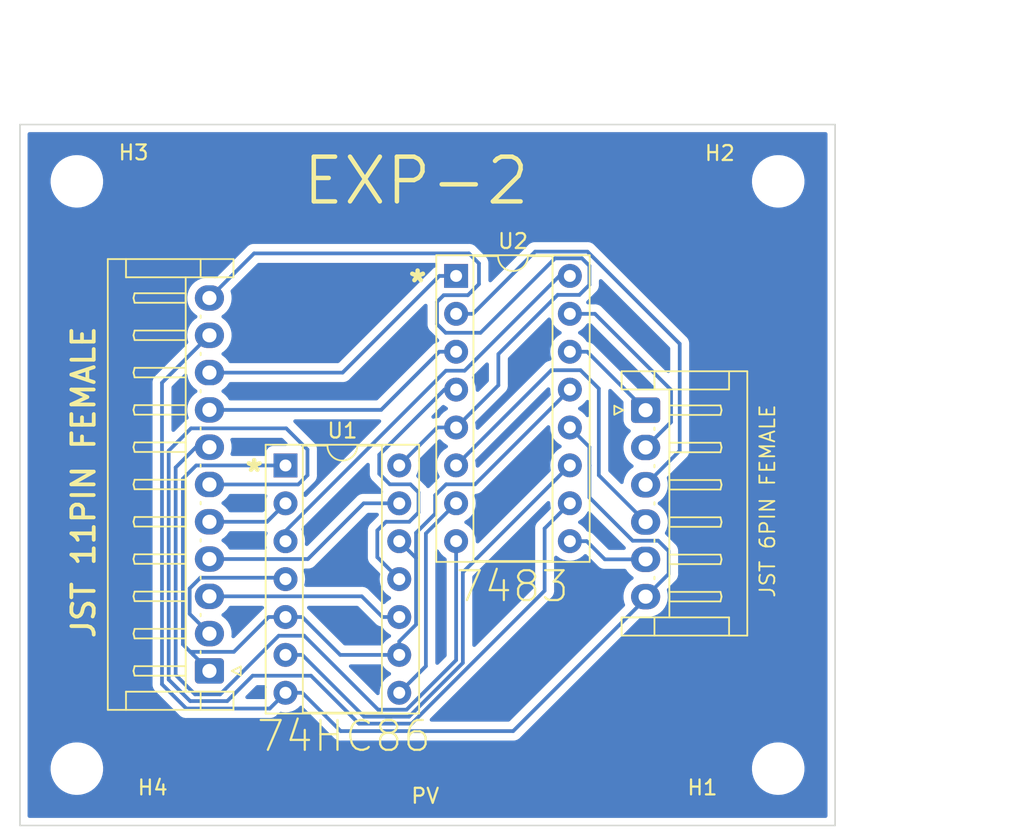
<source format=kicad_pcb>
(kicad_pcb (version 20211014) (generator pcbnew)
  (layers (0 "F.Cu" signal) (31 "B.Cu" signal) (34 "B.Paste" user) (35 "F.Paste" user) (36 "B.SilkS" user "B.Silkscreen") (37 "F.SilkS" user "F.Silkscreen") (38 "B.Mask" user) (39 "F.Mask" user) (44 "Edge.Cuts" user))
  (net 0 "")
  (net 1 "Cin")
  (net 2 "B0")
  (net 3 "B1")
  (net 4 "B2")
  (net 5 "B3")
  (net 6 "A0")
  (net 7 "A1")
  (net 8 "A2")
  (net 9 "A3")
  (net 10 "GND")
  (net 11 "VCC")
  (net 12 "CO")
  (net 13 "S3")
  (net 14 "S2")
  (net 15 "S1")
  (net 16 "S0")
  (net 17 "Net-(U1-Pad3)")
  (net 18 "Net-(U1-Pad11)")
  (net 19 "Net-(U1-Pad8)")
  (net 20 "Net-(U1-Pad6)")
  (footprint "Connector_JST:JST_EH_S11B-EH_1x11_P2.50mm_Horizontal" (layer "F.Cu") (at 110.4825 112.83 90)
    (fp_text reference "J1" hide)
    (fp_text value "Conn_01x11_Female")
    (fp_line (start 12.18 -1.59) (end 12.18 -5.01) (layer "F.SilkS") (width 0.12))
    (fp_line (start 17.18 -5.01) (end 17.5 -5.09) (layer "F.SilkS") (width 0.12))
    (fp_line (start -2.61 -5.59) (end -1.39 -5.59) (layer "F.SilkS") (width 0.12))
    (fp_line (start 17.82 -5.01) (end 17.82 -1.59) (layer "F.SilkS") (width 0.12))
    (fp_line (start 22.82 -1.59) (end 22.5 -1.59) (layer "F.SilkS") (width 0.12))
    (fp_line (start 21.17 -0.59) (end 21.33 -0.59) (layer "F.SilkS") (width 0.12))
    (fp_line (start -0.3 2.1) (end 0.3 2.1) (layer "F.SilkS") (width 0.12))
    (fp_line (start 7.82 -5.01) (end 7.82 -1.59) (layer "F.SilkS") (width 0.12))
    (fp_line (start 17.82 -1.59) (end 17.5 -1.59) (layer "F.SilkS") (width 0.12))
    (fp_line (start 7.18 -5.01) (end 7.5 -5.09) (layer "F.SilkS") (width 0.12))
    (fp_line (start 7.5 -5.09) (end 7.82 -5.01) (layer "F.SilkS") (width 0.12))
    (fp_line (start -1.39 -1.59) (end 26.39 -1.59) (layer "F.SilkS") (width 0.12))
    (fp_line (start -2.61 -6.81) (end 27.61 -6.81) (layer "F.SilkS") (width 0.12))
    (fp_line (start 27.61 -5.59) (end 26.39 -5.59) (layer "F.SilkS") (width 0.12))
    (fp_line (start 4.68 -5.01) (end 5 -5.09) (layer "F.SilkS") (width 0.12))
    (fp_line (start -2.61 1.61) (end -2.61 -6.81) (layer "F.SilkS") (width 0.12))
    (fp_line (start 2.5 -5.09) (end 2.82 -5.01) (layer "F.SilkS") (width 0.12))
    (fp_line (start 17.5 -5.09) (end 17.82 -5.01) (layer "F.SilkS") (width 0.12))
    (fp_line (start 0 -1.59) (end -0.32 -1.59) (layer "F.SilkS") (width 0.12))
    (fp_line (start 20 -5.09) (end 20.32 -5.01) (layer "F.SilkS") (width 0.12))
    (fp_line (start 15.32 -1.59) (end 15 -1.59) (layer "F.SilkS") (width 0.12))
    (fp_line (start 24.68 -1.59) (end 24.68 -5.01) (layer "F.SilkS") (width 0.12))
    (fp_line (start 10.32 -5.01) (end 10.32 -1.59) (layer "F.SilkS") (width 0.12))
    (fp_line (start 5.32 -5.01) (end 5.32 -1.59) (layer "F.SilkS") (width 0.12))
    (fp_line (start 22.82 -5.01) (end 22.82 -1.59) (layer "F.SilkS") (width 0.12))
    (fp_line (start 19.68 -1.59) (end 19.68 -5.01) (layer "F.SilkS") (width 0.12))
    (fp_line (start 6.17 -0.59) (end 6.33 -0.59) (layer "F.SilkS") (width 0.12))
    (fp_line (start 19.68 -5.01) (end 20 -5.09) (layer "F.SilkS") (width 0.12))
    (fp_line (start 16.17 -0.59) (end 16.33 -0.59) (layer "F.SilkS") (width 0.12))
    (fp_line (start 20 -1.59) (end 19.68 -1.59) (layer "F.SilkS") (width 0.12))
    (fp_line (start 8.67 -0.59) (end 8.83 -0.59) (layer "F.SilkS") (width 0.12))
    (fp_line (start 9.68 -5.01) (end 10 -5.09) (layer "F.SilkS") (width 0.12))
    (fp_line (start 14.68 -1.59) (end 14.68 -5.01) (layer "F.SilkS") (width 0.12))
    (fp_line (start 0.32 -1.59) (end 0 -1.59) (layer "F.SilkS") (width 0.12))
    (fp_line (start 26.39 1.61) (end 26.39 -0.59) (layer "F.SilkS") (width 0.12))
    (fp_line (start 12.82 -5.01) (end 12.82 -1.59) (layer "F.SilkS") (width 0.12))
    (fp_line (start 26.39 -5.59) (end 26.39 -0.59) (layer "F.SilkS") (width 0.12))
    (fp_line (start 17.5 -1.59) (end 17.18 -1.59) (layer "F.SilkS") (width 0.12))
    (fp_line (start 22.5 -1.59) (end 22.18 -1.59) (layer "F.SilkS") (width 0.12))
    (fp_line (start 27.61 -6.81) (end 27.61 1.61) (layer "F.SilkS") (width 0.12))
    (fp_line (start 20.32 -1.59) (end 20 -1.59) (layer "F.SilkS") (width 0.12))
    (fp_line (start 0.32 -5.01) (end 0.32 -1.59) (layer "F.SilkS") (width 0.12))
    (fp_line (start 20.32 -5.01) (end 20.32 -1.59) (layer "F.SilkS") (width 0.12))
    (fp_line (start 23.67 -0.59) (end 23.83 -0.59) (layer "F.SilkS") (width 0.12))
    (fp_line (start -1.39 -0.59) (end -2.61 -0.59) (layer "F.SilkS") (width 0.12))
    (fp_line (start 5 -1.59) (end 4.68 -1.59) (layer "F.SilkS") (width 0.12))
    (fp_line (start 0 -5.09) (end 0.32 -5.01) (layer "F.SilkS") (width 0.12))
    (fp_line (start 7.5 -1.59) (end 7.18 -1.59) (layer "F.SilkS") (width 0.12))
    (fp_line (start 12.82 -1.59) (end 12.5 -1.59) (layer "F.SilkS") (width 0.12))
    (fp_line (start 15 -1.59) (end 14.68 -1.59) (layer "F.SilkS") (width 0.12))
    (fp_line (start 2.82 -5.01) (end 2.82 -1.59) (layer "F.SilkS") (width 0.12))
    (fp_line (start 13.67 -0.59) (end 13.83 -0.59) (layer "F.SilkS") (width 0.12))
    (fp_line (start -0.32 -1.59) (end -0.32 -5.01) (layer "F.SilkS") (width 0.12))
    (fp_line (start 1.17 -0.59) (end 1.33 -0.59) (layer "F.SilkS") (width 0.12))
    (fp_line (start 10 -5.09) (end 10.32 -5.01) (layer "F.SilkS") (width 0.12))
    (fp_line (start 5 -5.09) (end 5.32 -5.01) (layer "F.SilkS") (width 0.12))
    (fp_line (start 24.68 -5.01) (end 25 -5.09) (layer "F.SilkS") (width 0.12))
    (fp_line (start 14.68 -5.01) (end 15 -5.09) (layer "F.SilkS") (width 0.12))
    (fp_line (start 2.5 -1.59) (end 2.18 -1.59) (layer "F.SilkS") (width 0.12))
    (fp_line (start 4.68 -1.59) (end 4.68 -5.01) (layer "F.SilkS") (width 0.12))
    (fp_line (start 2.82 -1.59) (end 2.5 -1.59) (layer "F.SilkS") (width 0.12))
    (fp_line (start 0.3 2.1) (end 0 1.5) (layer "F.SilkS") (width 0.12))
    (fp_line (start 22.18 -5.01) (end 22.5 -5.09) (layer "F.SilkS") (width 0.12))
    (fp_line (start 2.18 -1.59) (end 2.18 -5.01) (layer "F.SilkS") (width 0.12))
    (fp_line (start 0 1.5) (end -0.3 2.1) (layer "F.SilkS") (width 0.12))
    (fp_line (start 26.39 -0.59) (end 27.61 -0.59) (layer "F.SilkS") (width 0.12))
    (fp_line (start -1.39 1.61) (end -2.61 1.61) (layer "F.SilkS") (width 0.12))
    (fp_line (start 12.5 -5.09) (end 12.82 -5.01) (layer "F.SilkS") (width 0.12))
    (fp_line (start 22.5 -5.09) (end 22.82 -5.01) (layer "F.SilkS") (width 0.12))
    (fp_line (start -0.32 -5.01) (end 0 -5.09) (layer "F.SilkS") (width 0.12))
    (fp_line (start 9.68 -1.59) (end 9.68 -5.01) (layer "F.SilkS") (width 0.12))
    (fp_line (start 25.32 -1.59) (end 25 -1.59) (layer "F.SilkS") (width 0.12))
    (fp_line (start 15.32 -5.01) (end 15.32 -1.59) (layer "F.SilkS") (width 0.12))
    (fp_line (start 2.18 -5.01) (end 2.5 -5.09) (layer "F.SilkS") (width 0.12))
    (fp_line (start 5.32 -1.59) (end 5 -1.59) (layer "F.SilkS") (width 0.12))
    (fp_line (start 7.82 -1.59) (end 7.5 -1.59) (layer "F.SilkS") (width 0.12))
    (fp_line (start 27.61 1.61) (end 26.39 1.61) (layer "F.SilkS") (width 0.12))
    (fp_line (start 7.18 -1.59) (end 7.18 -5.01) (layer "F.SilkS") (width 0.12))
    (fp_line (start 15 -5.09) (end 15.32 -5.01) (layer "F.SilkS") (width 0.12))
    (fp_line (start -1.39 -5.59) (end -1.39 -0.59) (layer "F.SilkS") (width 0.12))
    (fp_line (start 11.17 -0.59) (end 11.33 -0.59) (layer "F.SilkS") (width 0.12))
    (fp_line (start 3.67 -0.59) (end 3.83 -0.59) (layer "F.SilkS") (width 0.12))
    (fp_line (start 10 -1.59) (end 9.68 -1.59) (layer "F.SilkS") (width 0.12))
    (fp_line (start 17.18 -1.59) (end 17.18 -5.01) (layer "F.SilkS") (width 0.12))
    (fp_line (start 12.5 -1.59) (end 12.18 -1.59) (layer "F.SilkS") (width 0.12))
    (fp_line (start 25.32 -5.01) (end 25.32 -1.59) (layer "F.SilkS") (width 0.12))
    (fp_line (start 18.67 -0.59) (end 18.83 -0.59) (layer "F.SilkS") (width 0.12))
    (fp_line (start 10.32 -1.59) (end 10 -1.59) (layer "F.SilkS") (width 0.12))
    (fp_line (start 25 -5.09) (end 25.32 -5.01) (layer "F.SilkS") (width 0.12))
    (fp_line (start -1.39 -0.59) (end -1.39 1.61) (layer "F.SilkS") (width 0.12))
    (fp_line (start 25 -1.59) (end 24.68 -1.59) (layer "F.SilkS") (width 0.12))
    (fp_line (start 22.18 -1.59) (end 22.18 -5.01) (layer "F.SilkS") (width 0.12))
    (fp_line (start 12.18 -5.01) (end 12.5 -5.09) (layer "F.SilkS") (width 0.12))
    (pad "1" thru_hole roundrect (at 0 0 90) (size 1.7 1.95) (drill 0.95) (layers *.Cu *.Mask) (roundrect_rratio 0.1470588235) (net 1 "Cin"))
    (pad "2" thru_hole oval (at 2.5 0 90) (size 1.7 1.95) (drill 0.95) (layers *.Cu *.Mask) (net 2 "B0"))
    (pad "3" thru_hole oval (at 5 0 90) (size 1.7 1.95) (drill 0.95) (layers *.Cu *.Mask) (net 3 "B1"))
    (pad "4" thru_hole oval (at 7.5 0 90) (size 1.7 1.95) (drill 0.95) (layers *.Cu *.Mask) (net 4 "B2"))
    (pad "5" thru_hole oval (at 10 0 90) (size 1.7 1.95) (drill 0.95) (layers *.Cu *.Mask) (net 5 "B3"))
    (pad "6" thru_hole oval (at 12.5 0 90) (size 1.7 1.95) (drill 0.95) (layers *.Cu *.Mask) (net 6 "A0"))
    (pad "7" thru_hole oval (at 15 0 90) (size 1.7 1.95) (drill 0.95) (layers *.Cu *.Mask) (net 7 "A1"))
    (pad "8" thru_hole oval (at 17.5 0 90) (size 1.7 1.95) (drill 0.95) (layers *.Cu *.Mask) (net 8 "A2"))
    (pad "9" thru_hole oval (at 20 0 90) (size 1.7 1.95) (drill 0.95) (layers *.Cu *.Mask) (net 9 "A3"))
    (pad "10" thru_hole oval (at 22.5 0 90) (size 1.7 1.95) (drill 0.95) (layers *.Cu *.Mask) (net 10 "GND"))
    (pad "11" thru_hole oval (at 25 0 90) (size 1.7 1.95) (drill 0.95) (layers *.Cu *.Mask) (net 11 "VCC"))
  )
  (footprint "MountingHole:MountingHole_2.5mm" (layer "F.Cu") (at 101.6 80.01)
    (fp_text reference "H3" (at 3.8 -1.93) (layer "F.SilkS"))
    (fp_text value "MountingHole")
    (pad "" np_thru_hole circle (at 0 0) (size 2.5 2.5) (drill 2.5) (layers *.Cu *.Mask))
  )
  (footprint "MountingHole:MountingHole_2.5mm" (layer "F.Cu") (at 148.59 80.01)
    (fp_text reference "H2" (at -3.91 -1.89) (layer "F.SilkS"))
    (fp_text value "MountingHole")
    (pad "" np_thru_hole circle (at 0 0) (size 2.5 2.5) (drill 2.5) (layers *.Cu *.Mask))
  )
  (footprint "Package_DIP:DIP-16_W7.62mm_Socket" (layer "F.Cu") (at 127.01 86.35)
    (fp_text reference "U2" (at 3.81 -2.33) (layer "F.SilkS"))
    (fp_text value "7483" (at 3.77 20.81) (layer "F.SilkS") (effects (font (size 2 2))))
    (fp_line (start 2.81 -1.33) (end 1.16 -1.33) (layer "F.SilkS") (width 0.12))
    (fp_line (start 8.95 -1.39) (end -1.33 -1.39) (layer "F.SilkS") (width 0.12))
    (fp_line (start 6.46 19.11) (end 6.46 -1.33) (layer "F.SilkS") (width 0.12))
    (fp_line (start -1.33 -1.39) (end -1.33 19.17) (layer "F.SilkS") (width 0.12))
    (fp_line (start -1.33 19.17) (end 8.95 19.17) (layer "F.SilkS") (width 0.12))
    (fp_line (start 1.16 19.11) (end 6.46 19.11) (layer "F.SilkS") (width 0.12))
    (fp_line (start 8.95 19.17) (end 8.95 -1.39) (layer "F.SilkS") (width 0.12))
    (fp_line (start 6.46 -1.33) (end 4.81 -1.33) (layer "F.SilkS") (width 0.12))
    (fp_line (start 1.16 -1.33) (end 1.16 19.11) (layer "F.SilkS") (width 0.12))
    (fp_arc (start 4.81 -1.33) (mid 3.81 -0.33) (end 2.81 -1.33) (layer "F.SilkS") (width 0.12))
    (pad "1" thru_hole rect (at 0 0) (size 1.6 1.6) (drill 0.8) (layers *.Cu *.Mask) (net 9 "A3"))
    (pad "2" thru_hole oval (at 0 2.54) (size 1.6 1.6) (drill 0.8) (layers *.Cu *.Mask) (net 14 "S2"))
    (pad "3" thru_hole oval (at 0 5.08) (size 1.6 1.6) (drill 0.8) (layers *.Cu *.Mask) (net 8 "A2"))
    (pad "4" thru_hole oval (at 0 7.62) (size 1.6 1.6) (drill 0.8) (layers *.Cu *.Mask) (net 18 "Net-(U1-Pad11)"))
    (pad "5" thru_hole oval (at 0 10.16) (size 1.6 1.6) (drill 0.8) (layers *.Cu *.Mask) (net 11 "VCC"))
    (pad "6" thru_hole oval (at 0 12.7) (size 1.6 1.6) (drill 0.8) (layers *.Cu *.Mask) (net 15 "S1"))
    (pad "7" thru_hole oval (at 0 15.24) (size 1.6 1.6) (drill 0.8) (layers *.Cu *.Mask) (net 19 "Net-(U1-Pad8)"))
    (pad "8" thru_hole oval (at 0 17.78) (size 1.6 1.6) (drill 0.8) (layers *.Cu *.Mask) (net 7 "A1"))
    (pad "9" thru_hole oval (at 7.62 17.78) (size 1.6 1.6) (drill 0.8) (layers *.Cu *.Mask) (net 16 "S0"))
    (pad "10" thru_hole oval (at 7.62 15.24) (size 1.6 1.6) (drill 0.8) (layers *.Cu *.Mask) (net 6 "A0"))
    (pad "11" thru_hole oval (at 7.62 12.7) (size 1.6 1.6) (drill 0.8) (layers *.Cu *.Mask) (net 20 "Net-(U1-Pad6)"))
    (pad "12" thru_hole oval (at 7.62 10.16) (size 1.6 1.6) (drill 0.8) (layers *.Cu *.Mask) (net 10 "GND"))
    (pad "13" thru_hole oval (at 7.62 7.62) (size 1.6 1.6) (drill 0.8) (layers *.Cu *.Mask) (net 1 "Cin"))
    (pad "14" thru_hole oval (at 7.62 5.08) (size 1.6 1.6) (drill 0.8) (layers *.Cu *.Mask) (net 12 "CO"))
    (pad "15" thru_hole oval (at 7.62 2.54) (size 1.6 1.6) (drill 0.8) (layers *.Cu *.Mask) (net 13 "S3"))
    (pad "16" thru_hole oval (at 7.62 0) (size 1.6 1.6) (drill 0.8) (layers *.Cu *.Mask) (net 17 "Net-(U1-Pad3)"))
  )
  (footprint "Connector_JST:JST_EH_S6B-EH_1x06_P2.50mm_Horizontal" (layer "F.Cu") (at 139.7075 95.35 -90)
    (fp_text reference "J2" hide)
    (fp_text value "Conn_01x06_Female")
    (fp_line (start 3.67 -0.59) (end 3.83 -0.59) (layer "F.SilkS") (width 0.12))
    (fp_line (start 2.5 -1.59) (end 2.18 -1.59) (layer "F.SilkS") (width 0.12))
    (fp_line (start 7.5 -1.59) (end 7.18 -1.59) (layer "F.SilkS") (width 0.12))
    (fp_line (start -2.61 1.61) (end -2.61 -6.81) (layer "F.SilkS") (width 0.12))
    (fp_line (start -1.39 -0.59) (end -2.61 -0.59) (layer "F.SilkS") (width 0.12))
    (fp_line (start 7.18 -5.01) (end 7.5 -5.09) (layer "F.SilkS") (width 0.12))
    (fp_line (start 4.68 -5.01) (end 5 -5.09) (layer "F.SilkS") (width 0.12))
    (fp_line (start 2.5 -5.09) (end 2.82 -5.01) (layer "F.SilkS") (width 0.12))
    (fp_line (start -0.32 -1.59) (end -0.32 -5.01) (layer "F.SilkS") (width 0.12))
    (fp_line (start 12.18 -5.01) (end 12.5 -5.09) (layer "F.SilkS") (width 0.12))
    (fp_line (start 0.32 -1.59) (end 0 -1.59) (layer "F.SilkS") (width 0.12))
    (fp_line (start 2.82 -1.59) (end 2.5 -1.59) (layer "F.SilkS") (width 0.12))
    (fp_line (start 10 -1.59) (end 9.68 -1.59) (layer "F.SilkS") (width 0.12))
    (fp_line (start 6.17 -0.59) (end 6.33 -0.59) (layer "F.SilkS") (width 0.12))
    (fp_line (start 11.17 -0.59) (end 11.33 -0.59) (layer "F.SilkS") (width 0.12))
    (fp_line (start -2.61 -5.59) (end -1.39 -5.59) (layer "F.SilkS") (width 0.12))
    (fp_line (start 12.5 -1.59) (end 12.18 -1.59) (layer "F.SilkS") (width 0.12))
    (fp_line (start 10.32 -5.01) (end 10.32 -1.59) (layer "F.SilkS") (width 0.12))
    (fp_line (start 7.5 -5.09) (end 7.82 -5.01) (layer "F.SilkS") (width 0.12))
    (fp_line (start 5.32 -5.01) (end 5.32 -1.59) (layer "F.SilkS") (width 0.12))
    (fp_line (start -0.32 -5.01) (end 0 -5.09) (layer "F.SilkS") (width 0.12))
    (fp_line (start 13.89 1.61) (end 13.89 -0.59) (layer "F.SilkS") (width 0.12))
    (fp_line (start 2.82 -5.01) (end 2.82 -1.59) (layer "F.SilkS") (width 0.12))
    (fp_line (start -1.39 -5.59) (end -1.39 -0.59) (layer "F.SilkS") (width 0.12))
    (fp_line (start -1.39 -1.59) (end 13.89 -1.59) (layer "F.SilkS") (width 0.12))
    (fp_line (start -0.3 2.1) (end 0.3 2.1) (layer "F.SilkS") (width 0.12))
    (fp_line (start 0.32 -5.01) (end 0.32 -1.59) (layer "F.SilkS") (width 0.12))
    (fp_line (start 10.32 -1.59) (end 10 -1.59) (layer "F.SilkS") (width 0.12))
    (fp_line (start 12.5 -5.09) (end 12.82 -5.01) (layer "F.SilkS") (width 0.12))
    (fp_line (start 5.32 -1.59) (end 5 -1.59) (layer "F.SilkS") (width 0.12))
    (fp_line (start 7.82 -5.01) (end 7.82 -1.59) (layer "F.SilkS") (width 0.12))
    (fp_line (start 7.18 -1.59) (end 7.18 -5.01) (layer "F.SilkS") (width 0.12))
    (fp_line (start 13.89 -0.59) (end 15.11 -0.59) (layer "F.SilkS") (width 0.12))
    (fp_line (start 9.68 -5.01) (end 10 -5.09) (layer "F.SilkS") (width 0.12))
    (fp_line (start 15.11 -5.59) (end 13.89 -5.59) (layer "F.SilkS") (width 0.12))
    (fp_line (start 15.11 -6.81) (end 15.11 1.61) (layer "F.SilkS") (width 0.12))
    (fp_line (start 15.11 1.61) (end 13.89 1.61) (layer "F.SilkS") (width 0.12))
    (fp_line (start 0 -1.59) (end -0.32 -1.59) (layer "F.SilkS") (width 0.12))
    (fp_line (start -2.61 -6.81) (end 15.11 -6.81) (layer "F.SilkS") (width 0.12))
    (fp_line (start 0 1.5) (end -0.3 2.1) (layer "F.SilkS") (width 0.12))
    (fp_line (start 7.82 -1.59) (end 7.5 -1.59) (layer "F.SilkS") (width 0.12))
    (fp_line (start 10 -5.09) (end 10.32 -5.01) (layer "F.SilkS") (width 0.12))
    (fp_line (start 2.18 -1.59) (end 2.18 -5.01) (layer "F.SilkS") (width 0.12))
    (fp_line (start 5 -1.59) (end 4.68 -1.59) (layer "F.SilkS") (width 0.12))
    (fp_line (start 12.18 -1.59) (end 12.18 -5.01) (layer "F.SilkS") (width 0.12))
    (fp_line (start 12.82 -1.59) (end 12.5 -1.59) (layer "F.SilkS") (width 0.12))
    (fp_line (start 0 -5.09) (end 0.32 -5.01) (layer "F.SilkS") (width 0.12))
    (fp_line (start 5 -5.09) (end 5.32 -5.01) (layer "F.SilkS") (width 0.12))
    (fp_line (start 12.82 -5.01) (end 12.82 -1.59) (layer "F.SilkS") (width 0.12))
    (fp_line (start 9.68 -1.59) (end 9.68 -5.01) (layer "F.SilkS") (width 0.12))
    (fp_line (start -1.39 -0.59) (end -1.39 1.61) (layer "F.SilkS") (width 0.12))
    (fp_line (start 4.68 -1.59) (end 4.68 -5.01) (layer "F.SilkS") (width 0.12))
    (fp_line (start -1.39 1.61) (end -2.61 1.61) (layer "F.SilkS") (width 0.12))
    (fp_line (start 13.89 -5.59) (end 13.89 -0.59) (layer "F.SilkS") (width 0.12))
    (fp_line (start 0.3 2.1) (end 0 1.5) (layer "F.SilkS") (width 0.12))
    (fp_line (start 1.17 -0.59) (end 1.33 -0.59) (layer "F.SilkS") (width 0.12))
    (fp_line (start 8.67 -0.59) (end 8.83 -0.59) (layer "F.SilkS") (width 0.12))
    (fp_line (start 2.18 -5.01) (end 2.5 -5.09) (layer "F.SilkS") (width 0.12))
    (pad "1" thru_hole roundrect (at 0 0 270) (size 1.7 1.95) (drill 0.95) (layers *.Cu *.Mask) (roundrect_rratio 0.1470588235) (net 12 "CO"))
    (pad "2" thru_hole oval (at 2.5 0 270) (size 1.7 1.95) (drill 0.95) (layers *.Cu *.Mask) (net 13 "S3"))
    (pad "3" thru_hole oval (at 5 0 270) (size 1.7 1.95) (drill 0.95) (layers *.Cu *.Mask) (net 14 "S2"))
    (pad "4" thru_hole oval (at 7.5 0 270) (size 1.7 1.95) (drill 0.95) (layers *.Cu *.Mask) (net 15 "S1"))
    (pad "5" thru_hole oval (at 10 0 270) (size 1.7 1.95) (drill 0.95) (layers *.Cu *.Mask) (net 16 "S0"))
    (pad "6" thru_hole oval (at 12.5 0 270) (size 1.7 1.95) (drill 0.95) (layers *.Cu *.Mask) (net 10 "GND"))
  )
  (footprint "MountingHole:MountingHole_2.5mm" (layer "F.Cu") (at 101.6 119.38)
    (fp_text reference "H4" (at 5.08 1.27) (layer "F.SilkS"))
    (fp_text value "MountingHole")
    (pad "" np_thru_hole circle (at 0 0) (size 2.5 2.5) (drill 2.5) (layers *.Cu *.Mask))
  )
  (footprint "MountingHole:MountingHole_2.5mm" (layer "F.Cu") (at 148.59 119.38)
    (fp_text reference "H1" (at -5.08 1.27) (layer "F.SilkS"))
    (fp_text value "MountingHole")
    (pad "" np_thru_hole circle (at 0 0) (size 2.5 2.5) (drill 2.5) (layers *.Cu *.Mask))
  )
  (footprint "Package_DIP:DIP-14_W7.62mm_Socket" (layer "F.Cu") (at 115.58 99.055)
    (fp_text reference "U1" (at 3.81 -2.33) (layer "F.SilkS"))
    (fp_text value "74HC86" (at 3.91 18.145) (layer "F.SilkS") (effects (font (size 2 2))))
    (fp_line (start -1.33 -1.39) (end -1.33 16.63) (layer "F.SilkS") (width 0.12))
    (fp_line (start 1.16 -1.33) (end 1.16 16.57) (layer "F.SilkS") (width 0.12))
    (fp_line (start 2.81 -1.33) (end 1.16 -1.33) (layer "F.SilkS") (width 0.12))
    (fp_line (start 8.95 -1.39) (end -1.33 -1.39) (layer "F.SilkS") (width 0.12))
    (fp_line (start 6.46 -1.33) (end 4.81 -1.33) (layer "F.SilkS") (width 0.12))
    (fp_line (start -1.33 16.63) (end 8.95 16.63) (layer "F.SilkS") (width 0.12))
    (fp_line (start 6.46 16.57) (end 6.46 -1.33) (layer "F.SilkS") (width 0.12))
    (fp_line (start 1.16 16.57) (end 6.46 16.57) (layer "F.SilkS") (width 0.12))
    (fp_line (start 8.95 16.63) (end 8.95 -1.39) (layer "F.SilkS") (width 0.12))
    (fp_arc (start 4.81 -1.33) (mid 3.81 -0.33) (end 2.81 -1.33) (layer "F.SilkS") (width 0.12))
    (pad "1" thru_hole rect (at 0 0) (size 1.6 1.6) (drill 0.8) (layers *.Cu *.Mask) (net 1 "Cin"))
    (pad "2" thru_hole oval (at 0 2.54) (size 1.6 1.6) (drill 0.8) (layers *.Cu *.Mask) (net 5 "B3"))
    (pad "3" thru_hole oval (at 0 5.08) (size 1.6 1.6) (drill 0.8) (layers *.Cu *.Mask) (net 17 "Net-(U1-Pad3)"))
    (pad "4" thru_hole oval (at 0 7.62) (size 1.6 1.6) (drill 0.8) (layers *.Cu *.Mask) (net 2 "B0"))
    (pad "5" thru_hole oval (at 0 10.16) (size 1.6 1.6) (drill 0.8) (layers *.Cu *.Mask) (net 1 "Cin"))
    (pad "6" thru_hole oval (at 0 12.7) (size 1.6 1.6) (drill 0.8) (layers *.Cu *.Mask) (net 20 "Net-(U1-Pad6)"))
    (pad "7" thru_hole oval (at 0 15.24) (size 1.6 1.6) (drill 0.8) (layers *.Cu *.Mask) (net 10 "GND"))
    (pad "8" thru_hole oval (at 7.62 15.24) (size 1.6 1.6) (drill 0.8) (layers *.Cu *.Mask) (net 19 "Net-(U1-Pad8)"))
    (pad "9" thru_hole oval (at 7.62 12.7) (size 1.6 1.6) (drill 0.8) (layers *.Cu *.Mask) (net 1 "Cin"))
    (pad "10" thru_hole oval (at 7.62 10.16) (size 1.6 1.6) (drill 0.8) (layers *.Cu *.Mask) (net 3 "B1"))
    (pad "11" thru_hole oval (at 7.62 7.62) (size 1.6 1.6) (drill 0.8) (layers *.Cu *.Mask) (net 18 "Net-(U1-Pad11)"))
    (pad "12" thru_hole oval (at 7.62 5.08) (size 1.6 1.6) (drill 0.8) (layers *.Cu *.Mask) (net 1 "Cin"))
    (pad "13" thru_hole oval (at 7.62 2.54) (size 1.6 1.6) (drill 0.8) (layers *.Cu *.Mask) (net 4 "B2"))
    (pad "14" thru_hole oval (at 7.62 0) (size 1.6 1.6) (drill 0.8) (layers *.Cu *.Mask) (net 11 "VCC"))
  )
  (gr_line (start 97.79 123.19) (end 97.79 76.2) (layer "Edge.Cuts") (width 0.1))
  (gr_line (start 152.4 76.2) (end 97.79 76.2) (layer "Edge.Cuts") (width 0.1))
  (gr_line (start 152.4 123.19) (end 97.79 123.19) (layer "Edge.Cuts") (width 0.1))
  (gr_line (start 152.4 123.19) (end 152.4 76.2) (layer "Edge.Cuts") (width 0.1))
  (gr_text "*" (at 124.43 86.81) (layer "F.SilkS") (effects (font (size 1.5 1.5) (thickness 0.3))))
  (gr_text "*" (at 113.48 99.52) (layer "F.SilkS") (effects (font (size 1.5 1.5) (thickness 0.3))))
  (gr_text "JST 6PIN FEMALE" (at 147.87 101.44 90) (layer "F.SilkS") (effects (font (size 1 1) (thickness 0.125))))
  (gr_text "EXP-2" (at 124.33 79.98) (layer "F.SilkS") (effects (font (size 3 3) (thickness 0.3))))
  (gr_text "PV" (at 124.94 121.21) (layer "F.SilkS") (effects (font (size 1 1))))
  (gr_text "JST 11PIN FEMALE" (at 102.05 100.18 90) (layer "F.SilkS") (effects (font (size 1.5 1.5) (thickness 0.254))))
  (segment (start 124.3253 109.7234) (end 124.3253 105.2603) (width 0.25) (layer "B.Cu") (net 1))
  (segment (start 109.595 99.055) (end 108.7041 99.9459) (width 0.25) (layer "B.Cu") (net 1))
  (segment (start 108.7041 111.0514) (end 109.20635 111.55365) (width 0.25) (layer "B.Cu") (net 1))
  (segment (start 124.3253 105.2603) (end 124.3253 103.5723) (width 0.25) (layer "B.Cu") (net 1))
  (segment (start 125.6031 102.2945) (end 125.6031 101.0569) (width 0.25) (layer "B.Cu") (net 1))
  (segment (start 116.7053 109.215) (end 119.2453 111.755) (width 0.25) (layer "B.Cu") (net 1))
  (segment (start 125.6031 101.0569) (end 126.34 100.32) (width 0.25) (layer "B.Cu") (net 1))
  (segment (start 108.7041 99.9459) (end 108.7041 111.0514) (width 0.25) (layer "B.Cu") (net 1))
  (segment (start 124.3253 105.2603) (end 123.2 104.135) (width 0.25) (layer "B.Cu") (net 1))
  (segment (start 128.28 100.32) (end 134.63 93.97) (width 0.25) (layer "B.Cu") (net 1))
  (segment (start 115.58 109.215) (end 116.7053 109.215) (width 0.25) (layer "B.Cu") (net 1))
  (segment (start 123.2 110.8487) (end 124.3253 109.7234) (width 0.25) (layer "B.Cu") (net 1))
  (segment (start 119.2453 111.755) (end 123.2 111.755) (width 0.25) (layer "B.Cu") (net 1))
  (segment (start 126.34 100.32) (end 128.28 100.32) (width 0.25) (layer "B.Cu") (net 1))
  (segment (start 109.20635 111.55365) (end 109.4327 111.78) (width 0.25) (layer "B.Cu") (net 1))
  (segment (start 109.21 111.55) (end 109.20635 111.55365) (width 0.25) (layer "B.Cu") (net 1))
  (segment (start 115.58 99.055) (end 109.595 99.055) (width 0.25) (layer "B.Cu") (net 1))
  (segment (start 123.2 111.755) (end 123.2 110.8487) (width 0.25) (layer "B.Cu") (net 1))
  (segment (start 112.1197 111.55) (end 114.4547 109.215) (width 0.25) (layer "B.Cu") (net 1))
  (segment (start 124.3253 103.5723) (end 125.6031 102.2945) (width 0.25) (layer "B.Cu") (net 1))
  (segment (start 114.4547 109.215) (end 115.58 109.215) (width 0.25) (layer "B.Cu") (net 1))
  (segment (start 112.1197 111.55) (end 109.21 111.55) (width 0.25) (layer "B.Cu") (net 1))
  (segment (start 109.38 111.7275) (end 110.4825 112.83) (width 0.25) (layer "B.Cu") (net 1))
  (segment (start 115.485 106.58) (end 109.8774 106.58) (width 0.25) (layer "B.Cu") (net 2))
  (segment (start 109.1579 109.0054) (end 110.4825 110.33) (width 0.25) (layer "B.Cu") (net 2))
  (segment (start 109.8774 106.58) (end 109.1579 107.2995) (width 0.25) (layer "B.Cu") (net 2))
  (segment (start 115.58 106.675) (end 115.485 106.58) (width 0.25) (layer "B.Cu") (net 2))
  (segment (start 109.1579 107.2995) (end 109.1579 109.0054) (width 0.25) (layer "B.Cu") (net 2))
  (segment (start 123.2 109.215) (end 122.0747 109.215) (width 0.25) (layer "B.Cu") (net 3))
  (segment (start 120.6897 107.83) (end 110.4825 107.83) (width 0.25) (layer "B.Cu") (net 3))
  (segment (start 122.0747 109.215) (end 120.6897 107.83) (width 0.25) (layer "B.Cu") (net 3))
  (segment (start 123.2 101.595) (end 120.815 101.595) (width 0.25) (layer "B.Cu") (net 4))
  (segment (start 117.08 105.33) (end 110.4825 105.33) (width 0.25) (layer "B.Cu") (net 4))
  (segment (start 120.815 101.595) (end 117.08 105.33) (width 0.25) (layer "B.Cu") (net 4))
  (segment (start 114.345 102.83) (end 110.4825 102.83) (width 0.25) (layer "B.Cu") (net 5))
  (segment (start 115.58 101.595) (end 114.345 102.83) (width 0.25) (layer "B.Cu") (net 5))
  (segment (start 113.3782 113.1498) (end 111.678 114.85) (width 0.25) (layer "B.Cu") (net 6))
  (segment (start 132.94 103.28) (end 132.94 107.4519) (width 0.25) (layer "B.Cu") (net 6))
  (segment (start 117.2867 113.1498) (end 113.3782 113.1498) (width 0.25) (layer "B.Cu") (net 6))
  (segment (start 132.94 107.4519) (end 124.0302 116.3617) (width 0.25) (layer "B.Cu") (net 6))
  (segment (start 109.19 114.85) (end 107.7543 113.4143) (width 0.25) (layer "B.Cu") (net 6))
  (segment (start 116.4328 100.33) (end 110.4825 100.33) (width 0.25) (layer "B.Cu") (net 6))
  (segment (start 109.25 96.57) (end 115.63 96.57) (width 0.25) (layer "B.Cu") (net 6))
  (segment (start 124.0302 116.3617) (end 120.4986 116.3617) (width 0.25) (layer "B.Cu") (net 6))
  (segment (start 115.63 96.57) (end 117.05 97.99) (width 0.25) (layer "B.Cu") (net 6))
  (segment (start 117.05 99.7128) (end 116.4328 100.33) (width 0.25) (layer "B.Cu") (net 6))
  (segment (start 120.4986 116.3617) (end 117.2867 113.1498) (width 0.25) (layer "B.Cu") (net 6))
  (segment (start 134.63 101.59) (end 132.94 103.28) (width 0.25) (layer "B.Cu") (net 6))
  (segment (start 107.7543 113.4143) (end 107.7543 98.0657) (width 0.25) (layer "B.Cu") (net 6))
  (segment (start 107.7543 98.0657) (end 109.25 96.57) (width 0.25) (layer "B.Cu") (net 6))
  (segment (start 117.05 97.99) (end 117.05 99.7128) (width 0.25) (layer "B.Cu") (net 6))
  (segment (start 111.678 114.85) (end 109.19 114.85) (width 0.25) (layer "B.Cu") (net 6))
  (segment (start 111.195 114.4) (end 109.52 114.4) (width 0.25) (layer "B.Cu") (net 7))
  (segment (start 127.01 104.13) (end 127.01 112.1051) (width 0.25) (layer "B.Cu") (net 7))
  (segment (start 127.01 112.1051) (end 123.6868 115.4283) (width 0.25) (layer "B.Cu") (net 7))
  (segment (start 116.8303 110.47) (end 115.125 110.47) (width 0.25) (layer "B.Cu") (net 7))
  (segment (start 121.7886 115.4283) (end 116.8303 110.47) (width 0.25) (layer "B.Cu") (net 7))
  (segment (start 108.2194 113.0994) (end 108.2194 99.1906) (width 0.25) (layer "B.Cu") (net 7))
  (segment (start 108.2194 99.1906) (end 109.58 97.83) (width 0.25) (layer "B.Cu") (net 7))
  (segment (start 123.6868 115.4283) (end 121.7886 115.4283) (width 0.25) (layer "B.Cu") (net 7))
  (segment (start 109.58 97.83) (end 110.4825 97.83) (width 0.25) (layer "B.Cu") (net 7))
  (segment (start 109.52 114.4) (end 108.2194 113.0994) (width 0.25) (layer "B.Cu") (net 7))
  (segment (start 115.125 110.47) (end 111.195 114.4) (width 0.25) (layer "B.Cu") (net 7))
  (segment (start 127.01 91.43) (end 125.8847 91.43) (width 0.25) (layer "B.Cu") (net 8))
  (segment (start 121.9847 95.33) (end 110.4825 95.33) (width 0.25) (layer "B.Cu") (net 8))
  (segment (start 125.8847 91.43) (end 121.9847 95.33) (width 0.25) (layer "B.Cu") (net 8))
  (segment (start 125.8847 86.35) (end 119.4047 92.83) (width 0.25) (layer "B.Cu") (net 9))
  (segment (start 127.01 86.35) (end 125.8847 86.35) (width 0.25) (layer "B.Cu") (net 9))
  (segment (start 119.4047 92.83) (end 110.4825 92.83) (width 0.25) (layer "B.Cu") (net 9))
  (segment (start 139.7075 107.85) (end 139.7075 107.8672) (width 0.25) (layer "B.Cu") (net 10))
  (segment (start 140.55 104.1) (end 138.84 104.1) (width 0.25) (layer "B.Cu") (net 10))
  (segment (start 107.3039 113.7239) (end 108.93 115.35) (width 0.25) (layer "B.Cu") (net 10))
  (segment (start 114.525 115.35) (end 115.58 114.295) (width 0.25) (layer "B.Cu") (net 10))
  (segment (start 119.2731 116.8628) (end 130.8323 116.8628) (width 0.25) (layer "B.Cu") (net 10))
  (segment (start 135.9369 99.054696) (end 135.9369 97.8169) (width 0.25) (layer "B.Cu") (net 10))
  (segment (start 139.7075 107.8672) (end 139.7075 107.9876) (width 0.25) (layer "B.Cu") (net 10))
  (segment (start 108.93 115.35) (end 114.525 115.35) (width 0.25) (layer "B.Cu") (net 10))
  (segment (start 115.58 114.295) (end 116.7053 114.295) (width 0.25) (layer "B.Cu") (net 10))
  (segment (start 138.84 104.1) (end 135.94 101.2) (width 0.25) (layer "B.Cu") (net 10))
  (segment (start 135.94 101.2) (end 135.94 99.057796) (width 0.25) (layer "B.Cu") (net 10))
  (segment (start 141.25 106.3247) (end 141.25 104.8) (width 0.25) (layer "B.Cu") (net 10))
  (segment (start 116.7053 114.295) (end 119.2731 116.8628) (width 0.25) (layer "B.Cu") (net 10))
  (segment (start 130.8323 116.8628) (end 139.7075 107.9876) (width 0.25) (layer "B.Cu") (net 10))
  (segment (start 139.7075 107.8672) (end 141.25 106.3247) (width 0.25) (layer "B.Cu") (net 10))
  (segment (start 135.9369 97.8169) (end 134.63 96.51) (width 0.25) (layer "B.Cu") (net 10))
  (segment (start 141.25 104.8) (end 140.55 104.1) (width 0.25) (layer "B.Cu") (net 10))
  (segment (start 110.4825 90.33) (end 107.3039 93.5086) (width 0.25) (layer "B.Cu") (net 10))
  (segment (start 107.3039 93.5086) (end 107.3039 113.7239) (width 0.25) (layer "B.Cu") (net 10))
  (segment (start 135.94 99.057796) (end 135.9369 99.054696) (width 0.25) (layer "B.Cu") (net 10))
  (segment (start 113.4725 84.84) (end 110.4825 87.83) (width 0.25) (layer "B.Cu") (net 11))
  (segment (start 125.73 89.58) (end 125.73 88.09) (width 0.25) (layer "B.Cu") (net 11))
  (segment (start 127.87 84.84) (end 113.4725 84.84) (width 0.25) (layer "B.Cu") (net 11))
  (segment (start 123.2 99.055) (end 125.745 96.51) (width 0.25) (layer "B.Cu") (net 11))
  (segment (start 128.646 90.16) (end 126.31 90.16) (width 0.25) (layer "B.Cu") (net 11))
  (segment (start 128.54 85.51) (end 127.87 84.84) (width 0.25) (layer "B.Cu") (net 11))
  (segment (start 129.84 91.59) (end 133.81 87.62) (width 0.25) (layer "B.Cu") (net 11))
  (segment (start 128.54 86.8986) (end 128.54 85.51) (width 0.25) (layer "B.Cu") (net 11))
  (segment (start 129.84 93.68) (end 129.84 91.59) (width 0.25) (layer "B.Cu") (net 11))
  (segment (start 126.18 87.64) (end 127.7986 87.64) (width 0.25) (layer "B.Cu") (net 11))
  (segment (start 135.27 87.62) (end 135.94 86.95) (width 0.25) (layer "B.Cu") (net 11))
  (segment (start 135.4398 85.1698) (end 133.6362 85.1698) (width 0.25) (layer "B.Cu") (net 11))
  (segment (start 127.01 96.51) (end 129.84 93.68) (width 0.25) (layer "B.Cu") (net 11))
  (segment (start 135.94 86.95) (end 135.94 85.67) (width 0.25) (layer "B.Cu") (net 11))
  (segment (start 125.745 96.51) (end 127.01 96.51) (width 0.25) (layer "B.Cu") (net 11))
  (segment (start 133.81 87.62) (end 135.27 87.62) (width 0.25) (layer "B.Cu") (net 11))
  (segment (start 135.94 85.67) (end 135.4398 85.1698) (width 0.25) (layer "B.Cu") (net 11))
  (segment (start 126.31 90.16) (end 125.73 89.58) (width 0.25) (layer "B.Cu") (net 11))
  (segment (start 125.73 88.09) (end 126.18 87.64) (width 0.25) (layer "B.Cu") (net 11))
  (segment (start 127.7986 87.64) (end 128.54 86.8986) (width 0.25) (layer "B.Cu") (net 11))
  (segment (start 133.6362 85.1698) (end 128.646 90.16) (width 0.25) (layer "B.Cu") (net 11))
  (segment (start 139.7075 95.35) (end 135.7875 91.43) (width 0.25) (layer "B.Cu") (net 12))
  (segment (start 135.7875 91.43) (end 134.63 91.43) (width 0.25) (layer "B.Cu") (net 12))
  (segment (start 139.7075 97.85) (end 141.41 96.1475) (width 0.25) (layer "B.Cu") (net 13))
  (segment (start 141.41 93.99) (end 136.31 88.89) (width 0.25) (layer "B.Cu") (net 13))
  (segment (start 141.41 96.1475) (end 141.41 93.99) (width 0.25) (layer "B.Cu") (net 13))
  (segment (start 136.31 88.89) (end 134.63 88.89) (width 0.25) (layer "B.Cu") (net 13))
  (segment (start 128.1353 88.89) (end 127.01 88.89) (width 0.25) (layer "B.Cu") (net 14))
  (segment (start 135.8095 84.7195) (end 132.3058 84.7195) (width 0.25) (layer "B.Cu") (net 14))
  (segment (start 132.3058 84.7195) (end 128.1353 88.89) (width 0.25) (layer "B.Cu") (net 14))
  (segment (start 141.99 90.9) (end 135.8095 84.7195) (width 0.25) (layer "B.Cu") (net 14))
  (segment (start 141.99 98.0675) (end 141.99 90.9) (width 0.25) (layer "B.Cu") (net 14))
  (segment (start 139.7075 100.35) (end 141.99 98.0675) (width 0.25) (layer "B.Cu") (net 14))
  (segment (start 139.7075 102.85) (end 136.57 99.7125) (width 0.25) (layer "B.Cu") (net 15))
  (segment (start 136.57 99.7125) (end 136.57 93.9) (width 0.25) (layer "B.Cu") (net 15))
  (segment (start 136.57 93.9) (end 135.34 92.67) (width 0.25) (layer "B.Cu") (net 15))
  (segment (start 133.39 92.67) (end 127.01 99.05) (width 0.25) (layer "B.Cu") (net 15))
  (segment (start 135.34 92.67) (end 133.39 92.67) (width 0.25) (layer "B.Cu") (net 15))
  (segment (start 134.63 104.13) (end 135.7553 104.13) (width 0.25) (layer "B.Cu") (net 16))
  (segment (start 136.9753 105.35) (end 135.7553 104.13) (width 0.25) (layer "B.Cu") (net 16))
  (segment (start 139.7075 105.35) (end 136.9753 105.35) (width 0.25) (layer "B.Cu") (net 16))
  (segment (start 133.93 86.35) (end 134.63 86.35) (width 0.25) (layer "B.Cu") (net 17))
  (segment (start 115.58 104.135) (end 115.58 103.45) (width 0.25) (layer "B.Cu") (net 17))
  (segment (start 115.58 103.45) (end 126.33 92.7) (width 0.25) (layer "B.Cu") (net 17))
  (segment (start 127.58 92.7) (end 133.93 86.35) (width 0.25) (layer "B.Cu") (net 17))
  (segment (start 126.33 92.7) (end 127.58 92.7) (width 0.25) (layer "B.Cu") (net 17))
  (segment (start 121.73 105.205) (end 121.73 103.41) (width 0.25) (layer "B.Cu") (net 18))
  (segment (start 123.87 102.83) (end 124.49 102.21) (width 0.25) (layer "B.Cu") (net 18))
  (segment (start 124.49 100.86) (end 123.95 100.32) (width 0.25) (layer "B.Cu") (net 18))
  (segment (start 123.2 106.675) (end 121.73 105.205) (width 0.25) (layer "B.Cu") (net 18))
  (segment (start 121.86 98.34) (end 126.23 93.97) (width 0.25) (layer "B.Cu") (net 18))
  (segment (start 121.73 103.41) (end 122.31 102.83) (width 0.25) (layer "B.Cu") (net 18))
  (segment (start 122.57 100.32) (end 121.86 99.61) (width 0.25) (layer "B.Cu") (net 18))
  (segment (start 124.49 102.21) (end 124.49 100.86) (width 0.25) (layer "B.Cu") (net 18))
  (segment (start 122.31 102.83) (end 123.87 102.83) (width 0.25) (layer "B.Cu") (net 18))
  (segment (start 126.23 93.97) (end 127.01 93.97) (width 0.25) (layer "B.Cu") (net 18))
  (segment (start 121.86 99.61) (end 121.86 98.34) (width 0.25) (layer "B.Cu") (net 18))
  (segment (start 123.95 100.32) (end 122.57 100.32) (width 0.25) (layer "B.Cu") (net 18))
  (segment (start 124.9841 112.5109) (end 123.2 114.295) (width 0.25) (layer "B.Cu") (net 19))
  (segment (start 127.01 101.59) (end 124.9841 103.6159) (width 0.25) (layer "B.Cu") (net 19))
  (segment (start 124.9841 103.6159) (end 124.9841 112.5109) (width 0.25) (layer "B.Cu") (net 19))
  (segment (start 123.8576 115.8944) (end 127.4604 112.2916) (width 0.25) (layer "B.Cu") (net 20))
  (segment (start 127.4604 112.2916) (end 127.4604 106.2196) (width 0.25) (layer "B.Cu") (net 20))
  (segment (start 116.7053 111.755) (end 120.8447 115.8944) (width 0.25) (layer "B.Cu") (net 20))
  (segment (start 120.8447 115.8944) (end 123.8576 115.8944) (width 0.25) (layer "B.Cu") (net 20))
  (segment (start 115.58 111.755) (end 116.7053 111.755) (width 0.25) (layer "B.Cu") (net 20))
  (segment (start 127.4604 106.2196) (end 134.63 99.05) (width 0.25) (layer "B.Cu") (net 20))
  (zone (net 0) (net_name "") (layer "B.Cu") (connect_pads (clearance 0.508)) (min_thickness 0.254) (fill yes (thermal_gap 0.508) (thermal_bridge_width 0.508))
    (polygon (pts (xy 152.4 123.19) (xy 97.79 123.19) (xy 97.79 76.2) (xy 152.4 76.2)))
  )
)
</source>
